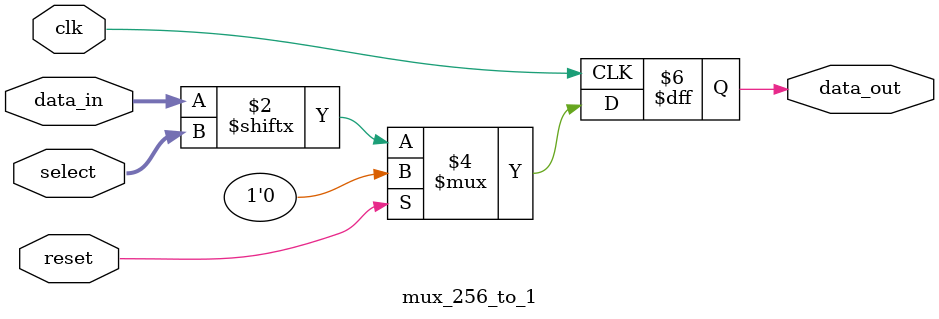
<source format=sv>
module mux_256_to_1 (
    input logic [255:0] data_in,
    input logic [7:0] select,
    input logic clk,
    input logic reset,
    output logic data_out
);

    always_ff @(posedge clk) begin
        if (reset) begin
            data_out <= 1'b0;
        end else begin
            data_out <= data_in[select];
        end
    end

endmodule
</source>
